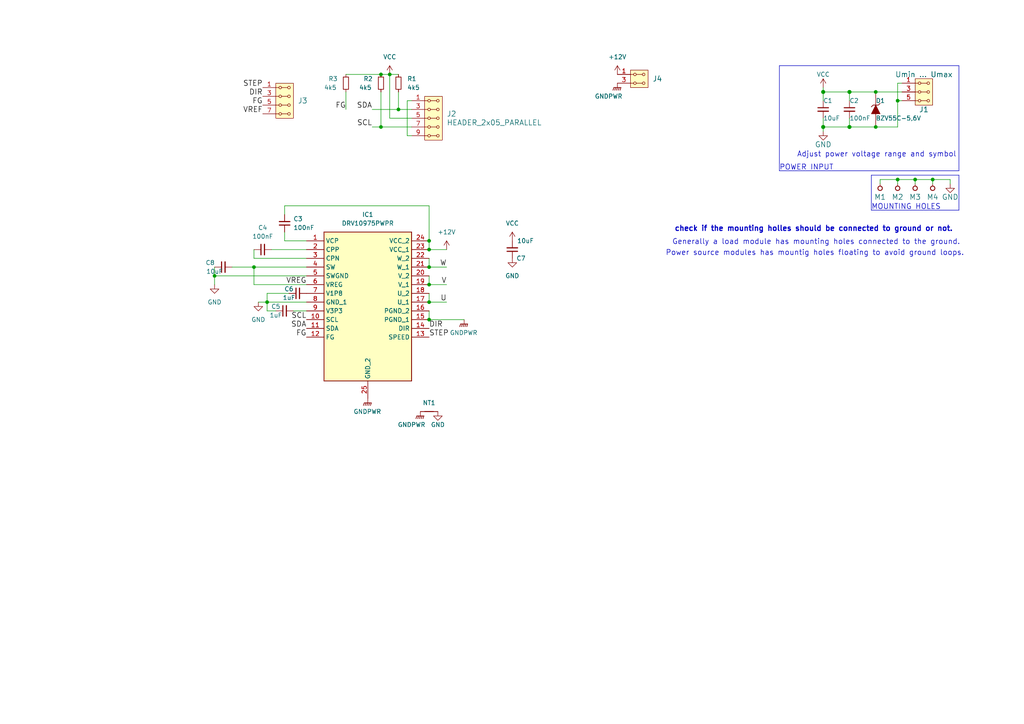
<source format=kicad_sch>
(kicad_sch (version 20230121) (generator eeschema)
  (paper "A4")
  (title_block (title "NAME") (date "%d. %m. %Y") (rev "REV") (company "Mlab www.mlab.cz") (comment 1 "Short description \\nTwo lines are maximum") (comment 2 "nickname <email@example.com>"))
  (lib_symbols
    (symbol "Device:C_Small" (pin_numbers hide) (pin_names (offset 0.254) hide)
      (property "Reference" "C" (at 0.254 1.778 0))
      (property "Value" "C_Small" (at 0.254 -2.032 0))
      (symbol "C_Small_0_1"
        (polyline (pts (xy -1.524 -0.508) (xy 1.524 -0.508)) (stroke (width 0.3302)))
        (polyline (pts (xy -1.524 0.508) (xy 1.524 0.508)) (stroke (width 0.3048)))
      )
      (symbol "C_Small_1_1"
        (pin passive line (at 0 2.54 270) (length 2.032) (name "~") (number "1"))
        (pin passive line (at 0 -2.54 90) (length 2.032) (name "~") (number "2"))
      )
    )
    (symbol "Device:NetTie_2" (pin_numbers hide) (pin_names (offset 0) hide) (in_bom no)
      (property "Reference" "NT" (at 0 1.27 0))
      (property "Value" "NetTie_2" (at 0 -1.27 0))
      (symbol "NetTie_2_0_1"
        (polyline (pts (xy -1.27 0) (xy 1.27 0)) (stroke (width 0.254)))
      )
      (symbol "NetTie_2_1_1"
        (pin passive line (at -2.54 0 0) (length 2.54) (name "1") (number "1"))
        (pin passive line (at 2.54 0 180) (length 2.54) (name "2") (number "2"))
      )
    )
    (symbol "Device:R_Small" (pin_numbers hide) (pin_names (offset 0.254) hide)
      (property "Reference" "R" (at 0.762 0.508 0))
      (property "Value" "R_Small" (at 0.762 -1.016 0))
      (symbol "R_Small_0_1"
        (rectangle (start -0.762 1.778) (end 0.762 -1.778) (stroke (width 0.2032)))
      )
      (symbol "R_Small_1_1"
        (pin passive line (at 0 2.54 270) (length 0.762) (name "~") (number "1"))
        (pin passive line (at 0 -2.54 90) (length 0.762) (name "~") (number "2"))
      )
    )
    (symbol "GND_1" (power) (pin_names (offset 0))
      (property "Value" "GND_1" (at 0 -3.81 0))
      (symbol "GND_1_0_1"
        (polyline (pts (xy 0 0) (xy 0 -1.27) (xy 1.27 -1.27) (xy 0 -2.54) (xy -1.27 -1.27) (xy 0 -1.27)))
      )
      (symbol "GND_1_1_1"
        (pin power_in line (at 0 0 270) (length 0) hide (name "GND") (number "1"))
      )
    )
    (symbol "ISM02A-rescue:C_Small-Device-ISM02A-rescue" (pin_numbers hide) (pin_names (offset 0.254) hide)
      (property "Reference" "C" (at 0.254 1.778 0))
      (property "Value" "C_Small-Device-ISM02A-rescue" (at 0.254 -2.032 0))
      (symbol "C_Small-Device-ISM02A-rescue_0_1"
        (polyline (pts (xy -1.524 -0.508) (xy 1.524 -0.508)) (stroke (width 0.3302)))
        (polyline (pts (xy -1.524 0.508) (xy 1.524 0.508)) (stroke (width 0.3048)))
      )
      (symbol "C_Small-Device-ISM02A-rescue_1_1"
        (pin passive line (at 0 2.54 270) (length 2.032) (name "~") (number "1"))
        (pin passive line (at 0 -2.54 90) (length 2.032) (name "~") (number "2"))
      )
    )
    (symbol "ISM02A-rescue:D_ZENER-MLAB_D" (pin_numbers hide) (pin_names (offset 1.016) hide)
      (property "Reference" "D" (at 0 2.54 0))
      (property "Value" "D_ZENER-MLAB_D" (at 0 -2.54 0))
      (symbol "D_ZENER-MLAB_D_0_1"
        (polyline (pts (xy -1.778 1.27) (xy -1.27 0.762) (xy -1.27 -0.762) (xy -0.762 -1.27) (xy -0.762 -1.27)) (stroke (width 0.2032)))
        (polyline (pts (xy -1.27 0) (xy 1.27 1.27) (xy 1.27 -1.27) (xy -1.27 0) (xy -1.27 0)) (fill (type outline)))
      )
      (symbol "D_ZENER-MLAB_D_1_1"
        (pin passive line (at -5.08 0 0) (length 3.81) (name "K") (number "1"))
        (pin passive line (at 5.08 0 180) (length 3.81) (name "A") (number "2"))
      )
    )
    (symbol "MLAB_HEADER:HEADER_2x02_PARALLEL" (pin_names (offset 1.016))
      (property "Reference" "J" (at 0 -3.81 0))
      (property "Value" "HEADER_2x02_PARALLEL" (at 0 3.81 0))
      (symbol "HEADER_2x02_PARALLEL_0_1"
        (rectangle (start -2.54 2.54) (end 2.54 -2.54) (fill (type background)))
        (circle (center -1.27 -1.27) (radius 0.381))
        (circle (center -1.27 1.27) (radius 0.381))
        (polyline (pts (xy -1.651 -1.27) (xy -2.54 -1.27)))
        (polyline (pts (xy -1.651 1.27) (xy -2.54 1.27)))
        (polyline (pts (xy -0.889 -1.27) (xy 0.889 -1.27)))
        (polyline (pts (xy -0.889 1.27) (xy 0.889 1.27)))
        (circle (center 1.27 -1.27) (radius 0.381))
        (circle (center 1.27 1.27) (radius 0.381))
      )
      (symbol "HEADER_2x02_PARALLEL_1_1"
        (pin input line (at -6.35 1.27 0) (length 3.81) (name "~") (number "1"))
        (pin input line (at -6.35 1.27 0) (length 3.81) hide (name "~") (number "2"))
        (pin input line (at -6.35 -1.27 0) (length 3.81) (name "~") (number "3"))
        (pin input line (at -6.35 -1.27 0) (length 3.81) hide (name "~") (number "4"))
      )
    )
    (symbol "MLAB_HEADER:HEADER_2x04_PARALLEL" (pin_names (offset 1.016))
      (property "Reference" "J" (at 0 -6.35 0))
      (property "Value" "HEADER_2x04_PARALLEL" (at 0 6.35 0))
      (symbol "HEADER_2x04_PARALLEL_0_1"
        (rectangle (start -2.54 5.08) (end 2.54 -5.08) (fill (type background)))
        (circle (center -1.27 -3.81) (radius 0.381))
        (circle (center -1.27 -1.27) (radius 0.381))
        (circle (center -1.27 1.27) (radius 0.381))
        (circle (center -1.27 3.81) (radius 0.381))
        (polyline (pts (xy -1.651 -3.81) (xy -2.54 -3.81)))
        (polyline (pts (xy -1.651 -1.27) (xy -2.54 -1.27)))
        (polyline (pts (xy -1.651 1.27) (xy -2.54 1.27)))
        (polyline (pts (xy -1.651 3.81) (xy -2.54 3.81)))
        (polyline (pts (xy -0.889 -3.81) (xy 0.889 -3.81)))
        (polyline (pts (xy -0.889 -1.27) (xy 0.889 -1.27)))
        (polyline (pts (xy -0.889 1.27) (xy 0.889 1.27)))
        (polyline (pts (xy -0.889 3.81) (xy 0.889 3.81)))
        (circle (center 1.27 -3.81) (radius 0.381))
        (circle (center 1.27 -1.27) (radius 0.381))
        (circle (center 1.27 1.27) (radius 0.381))
        (circle (center 1.27 3.81) (radius 0.381))
      )
      (symbol "HEADER_2x04_PARALLEL_1_1"
        (pin input line (at -6.35 3.81 0) (length 3.81) (name "~") (number "1"))
        (pin input line (at -6.35 3.81 0) (length 3.81) hide (name "~") (number "2"))
        (pin input line (at -6.35 1.27 0) (length 3.81) (name "~") (number "3"))
        (pin input line (at -6.35 1.27 0) (length 3.81) hide (name "~") (number "4"))
        (pin input line (at -6.35 -1.27 0) (length 3.81) (name "~") (number "5"))
        (pin input line (at -6.35 -1.27 0) (length 3.81) hide (name "~") (number "6"))
        (pin input line (at -6.35 -3.81 0) (length 3.81) (name "~") (number "7"))
        (pin input line (at -6.35 -3.81 0) (length 3.81) hide (name "~") (number "8"))
      )
    )
    (symbol "MLAB_HEADER:HEADER_2x05_PARALLEL" (pin_names (offset 1.016))
      (property "Reference" "J" (at 0 -7.62 0))
      (property "Value" "HEADER_2x05_PARALLEL" (at 0 7.62 0))
      (symbol "HEADER_2x05_PARALLEL_0_1"
        (rectangle (start -2.54 6.35) (end 2.54 -6.35) (fill (type background)))
        (circle (center -1.27 -5.08) (radius 0.381))
        (circle (center -1.27 -2.54) (radius 0.381))
        (circle (center -1.27 0) (radius 0.381))
        (circle (center -1.27 2.54) (radius 0.381))
        (circle (center -1.27 5.08) (radius 0.381))
        (polyline (pts (xy -1.651 -5.08) (xy -2.54 -5.08)))
        (polyline (pts (xy -1.651 -2.54) (xy -2.54 -2.54)))
        (polyline (pts (xy -1.651 0) (xy -2.54 0)))
        (polyline (pts (xy -1.651 2.54) (xy -2.54 2.54)))
        (polyline (pts (xy -1.651 5.08) (xy -2.54 5.08)))
        (polyline (pts (xy -0.889 -5.08) (xy 0.889 -5.08)))
        (polyline (pts (xy -0.889 -2.54) (xy 0.889 -2.54)))
        (polyline (pts (xy -0.889 0) (xy 0.889 0)))
        (polyline (pts (xy -0.889 2.54) (xy 0.889 2.54)))
        (polyline (pts (xy -0.889 5.08) (xy 0.889 5.08)))
        (circle (center 1.27 -5.08) (radius 0.381))
        (circle (center 1.27 -2.54) (radius 0.381))
        (circle (center 1.27 0) (radius 0.381))
        (circle (center 1.27 2.54) (radius 0.381))
        (circle (center 1.27 5.08) (radius 0.381))
      )
      (symbol "HEADER_2x05_PARALLEL_1_1"
        (pin input line (at -6.35 5.08 0) (length 3.81) (name "~") (number "1"))
        (pin input line (at -6.35 -5.08 0) (length 3.81) hide (name "~") (number "10"))
        (pin input line (at -6.35 5.08 0) (length 3.81) hide (name "~") (number "2"))
        (pin input line (at -6.35 2.54 0) (length 3.81) (name "~") (number "3"))
        (pin input line (at -6.35 2.54 0) (length 3.81) hide (name "~") (number "4"))
        (pin input line (at -6.35 0 0) (length 3.81) (name "~") (number "5"))
        (pin input line (at -6.35 0 0) (length 3.81) hide (name "~") (number "6"))
        (pin input line (at -6.35 -2.54 0) (length 3.81) (name "~") (number "7"))
        (pin input line (at -6.35 -2.54 0) (length 3.81) hide (name "~") (number "8"))
        (pin input line (at -6.35 -5.08 0) (length 3.81) (name "~") (number "9"))
      )
    )
    (symbol "MLAB_IO:DRV10975PWPR"
      (property "Reference" "IC" (at 31.75 7.62 0))
      (property "Value" "DRV10975PWPR" (at 31.75 5.08 0))
      (symbol "DRV10975PWPR_1_1"
        (rectangle (start 5.08 2.54) (end 30.48 -40.64) (stroke (width 0.254)) (fill (type background)))
        (pin passive line (at 0 0 0) (length 5.08) (name "VCP") (number "1"))
        (pin passive line (at 0 -22.86 0) (length 5.08) (name "SCL") (number "10"))
        (pin passive line (at 0 -25.4 0) (length 5.08) (name "SDA") (number "11"))
        (pin passive line (at 0 -27.94 0) (length 5.08) (name "FG") (number "12"))
        (pin passive line (at 35.56 -27.94 180) (length 5.08) (name "SPEED") (number "13"))
        (pin passive line (at 35.56 -25.4 180) (length 5.08) (name "DIR") (number "14"))
        (pin passive line (at 35.56 -22.86 180) (length 5.08) (name "PGND_1") (number "15"))
        (pin passive line (at 35.56 -20.32 180) (length 5.08) (name "PGND_2") (number "16"))
        (pin passive line (at 35.56 -17.78 180) (length 5.08) (name "U_1") (number "17"))
        (pin passive line (at 35.56 -15.24 180) (length 5.08) (name "U_2") (number "18"))
        (pin passive line (at 35.56 -12.7 180) (length 5.08) (name "V_1") (number "19"))
        (pin passive line (at 0 -2.54 0) (length 5.08) (name "CPP") (number "2"))
        (pin passive line (at 35.56 -10.16 180) (length 5.08) (name "V_2") (number "20"))
        (pin passive line (at 35.56 -7.62 180) (length 5.08) (name "W_1") (number "21"))
        (pin passive line (at 35.56 -5.08 180) (length 5.08) (name "W_2") (number "22"))
        (pin passive line (at 35.56 -2.54 180) (length 5.08) (name "VCC_1") (number "23"))
        (pin passive line (at 35.56 0 180) (length 5.08) (name "VCC_2") (number "24"))
        (pin passive line (at 17.78 -45.72 90) (length 5.08) (name "GND_2") (number "25"))
        (pin passive line (at 0 -5.08 0) (length 5.08) (name "CPN") (number "3"))
        (pin passive line (at 0 -7.62 0) (length 5.08) (name "SW") (number "4"))
        (pin passive line (at 0 -10.16 0) (length 5.08) (name "SWGND") (number "5"))
        (pin passive line (at 0 -12.7 0) (length 5.08) (name "VREG") (number "6"))
        (pin passive line (at 0 -15.24 0) (length 5.08) (name "V1P8") (number "7"))
        (pin passive line (at 0 -17.78 0) (length 5.08) (name "GND_1") (number "8"))
        (pin passive line (at 0 -20.32 0) (length 5.08) (name "V3P3") (number "9"))
      )
    )
    (symbol "header:HEADER_2x03_PARALLEL" (pin_names (offset 1.016))
      (property "Reference" "J" (at 0 -5.08 0))
      (property "Value" "HEADER_2x03_PARALLEL" (at 0 5.08 0))
      (symbol "HEADER_2x03_PARALLEL_0_1"
        (rectangle (start -2.54 3.81) (end 2.54 -3.81) (fill (type background)))
        (circle (center -1.27 -2.54) (radius 0.381))
        (circle (center -1.27 0) (radius 0.381))
        (circle (center -1.27 2.54) (radius 0.381))
        (polyline (pts (xy -1.651 -2.54) (xy -2.54 -2.54)))
        (polyline (pts (xy -1.651 0) (xy -2.54 0)))
        (polyline (pts (xy -1.651 2.54) (xy -2.54 2.54)))
        (polyline (pts (xy -0.889 -2.54) (xy 0.889 -2.54)))
        (polyline (pts (xy -0.889 0) (xy 0.889 0)))
        (polyline (pts (xy -0.889 2.54) (xy 0.889 2.54)))
        (circle (center 1.27 -2.54) (radius 0.381))
        (circle (center 1.27 0) (radius 0.381))
        (circle (center 1.27 2.54) (radius 0.381))
      )
      (symbol "HEADER_2x03_PARALLEL_1_1"
        (pin input line (at -6.35 2.54 0) (length 3.81) (name "~") (number "1"))
        (pin input line (at -6.35 2.54 0) (length 3.81) hide (name "~") (number "2"))
        (pin input line (at -6.35 0 0) (length 3.81) (name "~") (number "3"))
        (pin input line (at -6.35 0 0) (length 3.81) hide (name "~") (number "4"))
        (pin input line (at -6.35 -2.54 0) (length 3.81) (name "~") (number "5"))
        (pin input line (at -6.35 -2.54 0) (length 3.81) hide (name "~") (number "6"))
      )
    )
    (symbol "mlab-default-rescue:GND" (power) (pin_names (offset 0))
      (property "Value" "GND" (at 0 -3.81 0))
      (symbol "GND_0_1"
        (polyline (pts (xy 0 0) (xy 0 -1.27) (xy 1.27 -1.27) (xy 0 -2.54) (xy -1.27 -1.27) (xy 0 -1.27)))
      )
      (symbol "GND_1_1"
        (pin power_in line (at 0 0 270) (length 0) hide (name "GND") (number "1"))
      )
    )
    (symbol "mlab-default-rescue:HOLE" (pin_numbers hide) (pin_names (offset 1.016) hide)
      (property "Reference" "M" (at 0 2.54 0))
      (property "Value" "HOLE" (at 0 -2.54 0))
      (symbol "HOLE_0_1"
        (circle (center 0 0) (radius 0.635) (stroke (width 0.254)))
      )
      (symbol "HOLE_1_1"
        (pin input line (at 1.27 0 180) (length 0.635) (name "~") (number "1"))
      )
    )
    (symbol "power:+12V" (power) (pin_names (offset 0))
      (property "Value" "+12V" (at 0 3.556 0))
      (symbol "+12V_0_1"
        (polyline (pts (xy -0.762 1.27) (xy 0 2.54)))
        (polyline (pts (xy 0 0) (xy 0 2.54)))
        (polyline (pts (xy 0 2.54) (xy 0.762 1.27)))
      )
      (symbol "+12V_1_1"
        (pin power_in line (at 0 0 90) (length 0) hide (name "+12V") (number "1"))
      )
    )
    (symbol "power:GND" (power) (pin_names (offset 0))
      (property "Value" "GND" (at 0 -3.81 0))
      (symbol "GND_0_1"
        (polyline (pts (xy 0 0) (xy 0 -1.27) (xy 1.27 -1.27) (xy 0 -2.54) (xy -1.27 -1.27) (xy 0 -1.27)))
      )
      (symbol "GND_1_1"
        (pin power_in line (at 0 0 270) (length 0) hide (name "GND") (number "1"))
      )
    )
    (symbol "power:GNDPWR" (power) (pin_names (offset 0))
      (property "Value" "GNDPWR" (at 0 -3.302 0))
      (symbol "GNDPWR_0_1"
        (polyline (pts (xy 0 -1.27) (xy 0 0)))
        (polyline (pts (xy -1.016 -1.27) (xy -1.27 -2.032) (xy -1.27 -2.032)) (stroke (width 0.2032)))
        (polyline (pts (xy -0.508 -1.27) (xy -0.762 -2.032) (xy -0.762 -2.032)) (stroke (width 0.2032)))
        (polyline (pts (xy 0 -1.27) (xy -0.254 -2.032) (xy -0.254 -2.032)) (stroke (width 0.2032)))
        (polyline (pts (xy 0.508 -1.27) (xy 0.254 -2.032) (xy 0.254 -2.032)) (stroke (width 0.2032)))
        (polyline (pts (xy 1.016 -1.27) (xy -1.016 -1.27) (xy -1.016 -1.27)) (stroke (width 0.2032)))
        (polyline (pts (xy 1.016 -1.27) (xy 0.762 -2.032) (xy 0.762 -2.032) (xy 0.762 -2.032)) (stroke (width 0.2032)))
      )
      (symbol "GNDPWR_1_1"
        (pin power_in line (at 0 0 270) (length 0) hide (name "GNDPWR") (number "1"))
      )
    )
    (symbol "power:VCC" (power) (pin_names (offset 0))
      (property "Value" "VCC" (at 0 3.81 0))
      (symbol "VCC_0_1"
        (polyline (pts (xy -0.762 1.27) (xy 0 2.54)))
        (polyline (pts (xy 0 0) (xy 0 2.54)))
        (polyline (pts (xy 0 2.54) (xy 0.762 1.27)))
      )
      (symbol "VCC_1_1"
        (pin power_in line (at 0 0 90) (length 0) hide (name "VCC") (number "1"))
      )
    )
  )
  (junction (at 254 26.67))
  (junction (at 246.38 36.83) (diameter 1.016))
  (junction (at 124.46 92.71))
  (junction (at 238.76 26.67) (diameter 1.016))
  (junction (at 124.46 77.47))
  (junction (at 77.47 87.63))
  (junction (at 270.51 52.07))
  (junction (at 113.03 21.59))
  (junction (at 124.46 82.55))
  (junction (at 260.35 29.21))
  (junction (at 124.46 72.39))
  (junction (at 115.57 31.75))
  (junction (at 265.43 52.07))
  (junction (at 110.49 21.59))
  (junction (at 238.76 36.83) (diameter 1.016))
  (junction (at 254 36.83))
  (junction (at 246.38 26.67) (diameter 1.016))
  (junction (at 260.35 52.07))
  (junction (at 62.23 80.01))
  (junction (at 110.49 36.83))
  (junction (at 124.46 87.63))
  (junction (at 124.46 69.85))
  (junction (at 73.66 77.47))
  (wire (pts (xy 260.35 53.34) (xy 260.35 52.07)))
  (wire (pts (xy 88.9 74.93) (xy 73.66 74.93)))
  (wire (pts (xy 115.57 31.75) (xy 119.38 31.75)))
  (wire (pts (xy 107.95 36.83) (xy 110.49 36.83)))
  (wire (pts (xy 124.46 72.39) (xy 129.54 72.39)))
  (wire (pts (xy 265.43 53.34) (xy 265.43 52.07)))
  (wire (pts (xy 82.55 69.85) (xy 88.9 69.85)))
  (wire (pts (xy 254 26.67) (xy 261.62 26.67)))
  (wire (pts (xy 246.38 36.83) (xy 238.76 36.83)))
  (wire (pts (xy 275.59 52.07) (xy 270.51 52.07)))
  (polyline (pts (xy 278.13 49.53) (xy 278.13 19.05)))
  (wire (pts (xy 62.23 77.47) (xy 62.23 80.01)))
  (wire (pts (xy 238.76 26.67) (xy 246.38 26.67)))
  (wire (pts (xy 238.76 36.83) (xy 238.76 38.1)))
  (wire (pts (xy 275.59 53.34) (xy 275.59 52.07)))
  (wire (pts (xy 124.46 69.85) (xy 124.46 72.39)))
  (wire (pts (xy 119.38 34.29) (xy 113.03 34.29)))
  (wire (pts (xy 238.76 34.29) (xy 238.76 36.83)))
  (wire (pts (xy 88.9 82.55) (xy 73.66 82.55)))
  (wire (pts (xy 265.43 52.07) (xy 260.35 52.07)))
  (wire (pts (xy 261.62 24.13) (xy 260.35 24.13)))
  (polyline (pts (xy 278.13 50.8) (xy 278.13 60.96)))
  (wire (pts (xy 270.51 53.34) (xy 270.51 52.07)))
  (wire (pts (xy 82.55 67.31) (xy 82.55 69.85)))
  (wire (pts (xy 124.46 87.63) (xy 129.54 87.63)))
  (wire (pts (xy 124.46 82.55) (xy 129.54 82.55)))
  (wire (pts (xy 260.35 36.83) (xy 254 36.83)))
  (wire (pts (xy 88.9 87.63) (xy 77.47 87.63)))
  (wire (pts (xy 73.66 82.55) (xy 73.66 77.47)))
  (wire (pts (xy 254 26.67) (xy 246.38 26.67)))
  (wire (pts (xy 260.35 29.21) (xy 260.35 36.83)))
  (polyline (pts (xy 226.06 49.53) (xy 278.13 49.53)))
  (wire (pts (xy 124.46 90.17) (xy 124.46 92.71)))
  (wire (pts (xy 62.23 80.01) (xy 62.23 82.55)))
  (wire (pts (xy 261.62 29.21) (xy 260.35 29.21)))
  (polyline (pts (xy 278.13 60.96) (xy 252.73 60.96)))
  (wire (pts (xy 78.74 72.39) (xy 88.9 72.39)))
  (polyline (pts (xy 226.06 19.05) (xy 226.06 49.53)))
  (wire (pts (xy 124.46 77.47) (xy 129.54 77.47)))
  (wire (pts (xy 67.31 77.47) (xy 73.66 77.47)))
  (wire (pts (xy 119.38 36.83) (xy 110.49 36.83)))
  (wire (pts (xy 255.27 52.07) (xy 255.27 53.34)))
  (wire (pts (xy 85.09 90.17) (xy 88.9 90.17)))
  (wire (pts (xy 246.38 26.67) (xy 246.38 29.21)))
  (wire (pts (xy 238.76 25.4) (xy 238.76 26.67)))
  (wire (pts (xy 124.46 80.01) (xy 124.46 82.55)))
  (wire (pts (xy 82.55 62.23) (xy 82.55 59.69)))
  (wire (pts (xy 246.38 34.29) (xy 246.38 36.83)))
  (wire (pts (xy 110.49 36.83) (xy 110.49 26.67)))
  (polyline (pts (xy 252.73 60.96) (xy 252.73 50.8)))
  (wire (pts (xy 124.46 92.71) (xy 134.62 92.71)))
  (wire (pts (xy 77.47 85.09) (xy 77.47 87.63)))
  (wire (pts (xy 118.11 29.21) (xy 118.11 39.37)))
  (wire (pts (xy 270.51 52.07) (xy 265.43 52.07)))
  (wire (pts (xy 260.35 24.13) (xy 260.35 29.21)))
  (polyline (pts (xy 278.13 19.05) (xy 226.06 19.05)))
  (wire (pts (xy 107.95 31.75) (xy 115.57 31.75)))
  (wire (pts (xy 73.66 74.93) (xy 73.66 72.39)))
  (wire (pts (xy 238.76 26.67) (xy 238.76 29.21)))
  (wire (pts (xy 77.47 90.17) (xy 80.01 90.17)))
  (wire (pts (xy 124.46 85.09) (xy 124.46 87.63)))
  (wire (pts (xy 113.03 34.29) (xy 113.03 21.59)))
  (wire (pts (xy 77.47 87.63) (xy 77.47 90.17)))
  (polyline (pts (xy 252.73 50.8) (xy 278.13 50.8)))
  (wire (pts (xy 100.33 26.67) (xy 100.33 31.75)))
  (wire (pts (xy 260.35 52.07) (xy 255.27 52.07)))
  (wire (pts (xy 82.55 59.69) (xy 124.46 59.69)))
  (wire (pts (xy 246.38 36.83) (xy 254 36.83)))
  (wire (pts (xy 74.93 87.63) (xy 77.47 87.63)))
  (wire (pts (xy 124.46 59.69) (xy 124.46 69.85)))
  (wire (pts (xy 115.57 26.67) (xy 115.57 31.75)))
  (wire (pts (xy 62.23 80.01) (xy 88.9 80.01)))
  (wire (pts (xy 100.33 21.59) (xy 110.49 21.59)))
  (wire (pts (xy 110.49 21.59) (xy 113.03 21.59)))
  (wire (pts (xy 124.46 74.93) (xy 124.46 77.47)))
  (wire (pts (xy 73.66 77.47) (xy 88.9 77.47)))
  (wire (pts (xy 83.82 85.09) (xy 77.47 85.09)))
  (wire (pts (xy 118.11 39.37) (xy 119.38 39.37)))
  (wire (pts (xy 119.38 29.21) (xy 118.11 29.21)))
  (wire (pts (xy 113.03 21.59) (xy 115.57 21.59)))
  (text "POWER INPUT" (at 226.06 49.53 0) (effects (font (size 1.524 1.524)) (justify left bottom)))
  (text "Adjust power voltage range and symbol" (at 231.14 45.72 0) (effects (font (size 1.524 1.524)) (justify left bottom)))
  (text "MOUNTING HOLES" (at 252.73 60.96 0) (effects (font (size 1.524 1.524)) (justify left bottom)))
  (text "Generally a load module has mounting holes connected to the ground. " (at 194.945 71.12 0) (effects (font (size 1.524 1.524)) (justify left bottom)))
  (text "Power source modules has mountig holes floating to avoid ground loops. " (at 193.04 74.295 0) (effects (font (size 1.524 1.524)) (justify left bottom)))
  (text "check if the mounting holles should be connected to ground or not. " (at 195.58 67.31 0) (effects (font (size 1.524 1.524) (thickness 0.3048) bold) (justify left bottom)))
  (label "SDA" (at 107.95 31.75 180) (effects (font (size 1.524 1.524))))
  (label "SCL" (at 107.95 36.83 180) (effects (font (size 1.524 1.524))))
  (label "VREF" (at 76.2 33.02 180) (effects (font (size 1.524 1.524))))
  (label "U" (at 129.54 87.63 180) (effects (font (size 1.524 1.524))))
  (label "DIR" (at 76.2 27.94 180) (effects (font (size 1.524 1.524))))
  (label "FG" (at 76.2 30.48 180) (effects (font (size 1.524 1.524))))
  (label "FG" (at 100.33 31.75 180) (effects (font (size 1.524 1.524))))
  (label "DIR" (at 124.46 95.25 0) (effects (font (size 1.524 1.524))))
  (label "SDA" (at 88.9 95.25 180) (effects (font (size 1.524 1.524))))
  (label "FG" (at 88.9 97.79 180) (effects (font (size 1.524 1.524))))
  (label "STEP" (at 76.2 25.4 180) (effects (font (size 1.524 1.524))))
  (label "V" (at 129.54 82.55 180) (effects (font (size 1.524 1.524))))
  (label "STEP" (at 124.46 97.79 0) (effects (font (size 1.524 1.524))))
  (label "W" (at 129.54 77.47 180) (effects (font (size 1.524 1.524))))
  (label "SCL" (at 88.9 92.71 180) (effects (font (size 1.524 1.524))))
  (label "VREG" (at 88.9 82.55 180) (effects (font (size 1.524 1.524))))
  (symbol (lib_id "header:HEADER_2x03_PARALLEL") (at 267.97 26.67 0) (unit 1)
    (property "Reference" "J1" (at 267.97 31.75 0) (effects (font (size 1.524 1.524))))
    (property "Value" "Umin ... Umax" (at 267.97 21.59 0) (effects (font (size 1.524 1.524))))
    (property "Footprint" "Mlab_Pin_Headers:Straight_2x03" (effects hide))
  )
  (symbol (lib_id "mlab-default-rescue:HOLE") (at 255.27 54.61 90) (unit 1)
    (property "Reference" "M1" (at 255.27 57.15 90) (effects (font (size 1.524 1.524))))
    (property "Value" "HOLE M3" (effects hide))
    (property "Footprint" "Mlab_Mechanical:MountingHole_3mm" (effects hide))
  )
  (symbol (lib_id "mlab-default-rescue:HOLE") (at 260.35 54.61 90) (unit 1)
    (property "Reference" "M2" (at 260.35 57.15 90) (effects (font (size 1.524 1.524))))
    (property "Value" "HOLE M3" (effects hide))
    (property "Footprint" "Mlab_Mechanical:MountingHole_3mm" (effects hide))
  )
  (symbol (lib_id "mlab-default-rescue:HOLE") (at 265.43 54.61 90) (unit 1)
    (property "Reference" "M3" (at 265.43 57.15 90) (effects (font (size 1.524 1.524))))
    (property "Value" "HOLE" (effects hide))
    (property "Footprint" "Mlab_Mechanical:MountingHole_3mm" (effects hide))
  )
  (symbol (lib_id "mlab-default-rescue:HOLE") (at 270.51 54.61 90) (unit 1)
    (property "Reference" "M4" (at 270.51 57.15 90) (effects (font (size 1.524 1.524))))
    (property "Value" "HOLE" (effects hide))
    (property "Footprint" "Mlab_Mechanical:MountingHole_3mm" (effects hide))
  )
  (symbol (lib_id "mlab-default-rescue:GND") (at 275.59 53.34 0) (unit 1)
    (property "Reference" "#PWR03" (effects hide))
    (property "Value" "GND" (at 275.59 57.15 0) (effects (font (size 1.524 1.524))))
  )
  (symbol (lib_id "power:GNDPWR") (at 121.92 119.38 0) (unit 1)
    (property "Reference" "#PWR09" (effects hide))
    (property "Value" "GNDPWR" (at 119.38 123.19 0))
  )
  (symbol (lib_id "power:VCC") (at 113.03 21.59 0) (unit 1)
    (property "Reference" "#PWR04" (effects hide))
    (property "Value" "VCC" (at 113.03 16.51 0))
  )
  (symbol (lib_id "Device:R_Small") (at 100.33 24.13 0) (unit 1)
    (property "Reference" "R3" (at 95.25 22.86 0) (effects (justify left)))
    (property "Value" "4k5" (at 93.98 25.4 0) (effects (justify left)))
  )
  (symbol (lib_name "GND_1") (lib_id "power:GND") (at 74.93 87.63 0) (unit 1)
    (property "Reference" "#PWR01" (effects hide))
    (property "Value" "GND" (at 74.93 92.71 0))
  )
  (symbol (lib_name "GND_1") (lib_id "power:GND") (at 127 119.38 0) (unit 1)
    (property "Reference" "#PWR010" (effects hide))
    (property "Value" "GND" (at 127 123.19 0))
  )
  (symbol (lib_id "power:GNDPWR") (at 134.62 92.71 0) (unit 1)
    (property "Reference" "#PWR08" (effects hide))
    (property "Value" "GNDPWR" (at 134.493 96.52 0))
  )
  (symbol (lib_name "GND_1") (lib_id "power:GND") (at 62.23 82.55 0) (unit 1)
    (property "Reference" "#PWR02" (effects hide))
    (property "Value" "GND" (at 62.23 87.63 0))
  )
  (symbol (lib_id "power:GNDPWR") (at 179.07 24.13 0) (unit 1)
    (property "Reference" "#PWR014" (effects hide))
    (property "Value" "GNDPWR" (at 176.53 27.94 0))
  )
  (symbol (lib_id "power:VCC") (at 238.76 25.4 0) (unit 1)
    (property "Reference" "#PWR05" (effects hide))
    (property "Value" "VCC" (at 238.76 21.59 0))
  )
  (symbol (lib_id "Device:C_Small") (at 76.2 72.39 90) (unit 1)
    (property "Reference" "C4" (at 76.2063 66.04 90))
    (property "Value" "100nF" (at 76.2063 68.58 90))
  )
  (symbol (lib_id "power:VCC") (at 148.59 69.85 0) (unit 1)
    (property "Reference" "#PWR06" (effects hide))
    (property "Value" "VCC" (at 148.59 64.77 0))
  )
  (symbol (lib_id "ISM02A-rescue:C_Small-Device-ISM02A-rescue") (at 238.76 31.75 0) (unit 1)
    (property "Reference" "C1" (at 238.76 29.21 0) (effects (justify left)))
    (property "Value" "10uF" (at 238.76 34.29 0) (effects (justify left)))
    (property "Footprint" "Capacitor_SMD:C_0805_2012Metric" (effects hide))
    (property "UST_ID" "5c70984812875079b91f8bbe" (effects hide))
  )
  (symbol (lib_id "Device:C_Small") (at 148.59 72.39 180) (unit 1)
    (property "Reference" "C7" (at 151.13 74.93 0))
    (property "Value" "10uF" (at 152.4 69.85 0))
  )
  (symbol (lib_id "power:GNDPWR") (at 106.68 115.57 0) (unit 1)
    (property "Reference" "#PWR07" (effects hide))
    (property "Value" "GNDPWR" (at 106.553 119.38 0))
  )
  (symbol (lib_id "ISM02A-rescue:C_Small-Device-ISM02A-rescue") (at 246.38 31.75 0) (unit 1)
    (property "Reference" "C2" (at 246.38 29.21 0) (effects (justify left)))
    (property "Value" "100nF" (at 246.38 34.29 0) (effects (justify left)))
    (property "Footprint" "Capacitor_SMD:C_0805_2012Metric" (effects hide))
    (property "UST_id" "C0805_100n" (effects hide))
    (property "UST_ID" "5c70984812875079b91f8bf2" (effects hide))
  )
  (symbol (lib_id "MLAB_IO:DRV10975PWPR") (at 88.9 69.85 0) (unit 1)
    (property "Reference" "IC1" (at 106.68 62.23 0))
    (property "Value" "DRV10975PWPR" (at 106.68 64.77 0))
    (property "Footprint" "SOP65P640X120-25N" (effects hide))
    (property "Datasheet" "https://www.ti.com/lit/ds/symlink/drv10975.pdf?ts=1619503349914&ref_url=https%253A%252F%252Fwww.ti.com%252Fstore%252Fti%252Fen%252Fp%252Fproduct%252F%253Fp%253DDRV10975PWPR" (effects hide))
    (property "Height" "1.2" (effects hide))
    (property "Manufacturer_Name" "Texas Instruments" (effects hide))
    (property "Manufacturer_Part_Number" "DRV10975PWPR" (effects hide))
    (property "Mouser Part Number" "595-DRV10975PWPR" (effects hide))
    (property "Mouser Price/Stock" "https://www.mouser.co.uk/ProductDetail/Texas-Instruments/DRV10975PWPR?qs=OfeFRKQgECjjJ%252BDg0AsiSg%3D%3D" (effects hide))
    (property "Arrow Part Number" "DRV10975PWPR" (effects hide))
    (property "Arrow Price/Stock" "https://www.arrow.com/en/products/drv10975pwpr/texas-instruments?region=nac" (effects hide))
  )
  (symbol (lib_id "power:+12V") (at 179.07 21.59 0) (unit 1)
    (property "Reference" "#PWR013" (effects hide))
    (property "Value" "+12V" (at 179.07 16.51 0))
  )
  (symbol (lib_id "Device:R_Small") (at 110.49 24.13 0) (unit 1)
    (property "Reference" "R2" (at 105.41 22.86 0) (effects (justify left)))
    (property "Value" "4k5" (at 104.14 25.4 0) (effects (justify left)))
  )
  (symbol (lib_id "Device:R_Small") (at 115.57 24.13 0) (unit 1)
    (property "Reference" "R1" (at 118.11 22.86 0) (effects (justify left)))
    (property "Value" "4k5" (at 118.11 25.4 0) (effects (justify left)))
  )
  (symbol (lib_id "Device:C_Small") (at 86.36 85.09 90) (unit 1)
    (property "Reference" "C6" (at 83.82 83.82 90))
    (property "Value" "1uF" (at 83.82 86.36 90))
  )
  (symbol (lib_id "Device:C_Small") (at 82.55 90.17 90) (unit 1)
    (property "Reference" "C5" (at 80.01 88.9 90))
    (property "Value" "1uF" (at 80.01 91.44 90))
  )
  (symbol (lib_id "MLAB_HEADER:HEADER_2x02_PARALLEL") (at 185.42 22.86 0) (unit 1)
    (property "Reference" "J4" (at 189.23 22.86 0) (effects (font (size 1.524 1.524)) (justify left)))
    (property "Value" "HEADER_2x02_PARALLEL" (effects hide))
  )
  (symbol (lib_id "power:+12V") (at 129.54 72.39 0) (unit 1)
    (property "Reference" "#PWR012" (effects hide))
    (property "Value" "+12V" (at 129.54 67.31 0))
  )
  (symbol (lib_name "GND_1") (lib_id "power:GND") (at 148.59 74.93 0) (unit 1)
    (property "Reference" "#PWR011" (effects hide))
    (property "Value" "GND" (at 148.59 80.01 0))
  )
  (symbol (lib_id "Device:NetTie_2") (at 124.46 119.38 0) (unit 1) (in_bom no)
    (property "Reference" "NT1" (at 124.46 116.84 0))
    (property "Value" "NetTie_2" (effects hide))
  )
  (symbol (lib_id "MLAB_HEADER:HEADER_2x05_PARALLEL") (at 125.73 34.29 0) (unit 1)
    (property "Reference" "J2" (at 129.54 33.02 0) (effects (font (size 1.524 1.524)) (justify left)))
    (property "Value" "HEADER_2x05_PARALLEL" (at 129.54 35.56 0) (effects (font (size 1.524 1.524)) (justify left)))
  )
  (symbol (lib_id "Device:C_Small") (at 82.55 64.77 180) (unit 1)
    (property "Reference" "C3" (at 85.09 63.4936 0) (effects (justify right)))
    (property "Value" "100nF" (at 85.09 66.0336 0) (effects (justify right)))
  )
  (symbol (lib_id "Device:C_Small") (at 64.77 77.47 90) (unit 1)
    (property "Reference" "C8" (at 60.96 76.2 90))
    (property "Value" "10uF" (at 62.23 78.74 90))
  )
  (symbol (lib_id "MLAB_HEADER:HEADER_2x04_PARALLEL") (at 82.55 29.21 0) (unit 1)
    (property "Reference" "J3" (at 86.36 29.21 0) (effects (font (size 1.524 1.524)) (justify left)))
    (property "Value" "HEADER_2x04_PARALLEL" (effects hide))
  )
  (symbol (lib_id "power:GND") (at 238.76 38.1 0) (unit 1)
    (property "Reference" "#PWR0102" (effects hide))
    (property "Value" "GND" (at 238.76 41.91 0) (effects (font (size 1.524 1.524))))
  )
  (symbol (lib_id "ISM02A-rescue:D_ZENER-MLAB_D") (at 254 31.75 270) (unit 1)
    (property "Reference" "D1" (at 254 29.21 90) (effects (justify left)))
    (property "Value" "BZV55C-5,6V" (at 254 34.29 90) (effects (justify left)))
    (property "Footprint" "Diode_SMD:D_SMA" (effects hide))
    (property "UST_ID" "5c70984512875079b91f88b2" (effects hide))
  )
)
</source>
